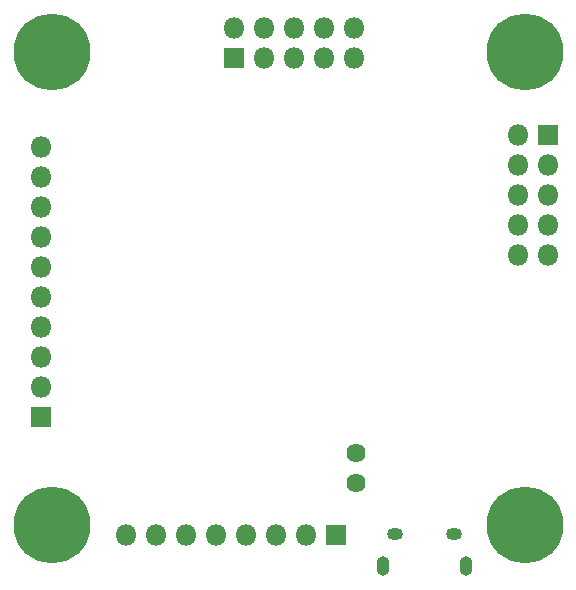
<source format=gbs>
%TF.GenerationSoftware,KiCad,Pcbnew,(5.1.6-0-10_14)*%
%TF.CreationDate,2020-09-29T23:50:48-07:00*%
%TF.ProjectId,BetsyBoardBig,42657473-7942-46f6-9172-644269672e6b,rev?*%
%TF.SameCoordinates,Original*%
%TF.FileFunction,Soldermask,Bot*%
%TF.FilePolarity,Negative*%
%FSLAX46Y46*%
G04 Gerber Fmt 4.6, Leading zero omitted, Abs format (unit mm)*
G04 Created by KiCad (PCBNEW (5.1.6-0-10_14)) date 2020-09-29 23:50:48*
%MOMM*%
%LPD*%
G01*
G04 APERTURE LIST*
%ADD10O,1.100000X1.650000*%
%ADD11O,1.350000X1.050000*%
%ADD12O,1.800000X1.800000*%
%ADD13R,1.800000X1.800000*%
%ADD14C,0.900000*%
%ADD15C,6.500000*%
%ADD16C,1.624000*%
G04 APERTURE END LIST*
D10*
%TO.C,J1*%
X135000000Y-98500000D03*
X128000000Y-98500000D03*
D11*
X134000000Y-95800000D03*
X129000000Y-95800000D03*
%TD*%
D12*
%TO.C,J7*%
X99100000Y-63040000D03*
X99100000Y-65580000D03*
X99100000Y-68120000D03*
X99100000Y-70660000D03*
X99100000Y-73200000D03*
X99100000Y-75740000D03*
X99100000Y-78280000D03*
X99100000Y-80820000D03*
X99100000Y-83360000D03*
D13*
X99100000Y-85900000D03*
%TD*%
D12*
%TO.C,J3*%
X125580000Y-52960000D03*
X125580000Y-55500000D03*
X123040000Y-52960000D03*
X123040000Y-55500000D03*
X120500000Y-52960000D03*
X120500000Y-55500000D03*
X117960000Y-52960000D03*
X117960000Y-55500000D03*
X115420000Y-52960000D03*
D13*
X115420000Y-55500000D03*
%TD*%
D14*
%TO.C,H4*%
X101697056Y-93302944D03*
X100000000Y-92600000D03*
X98302944Y-93302944D03*
X97600000Y-95000000D03*
X98302944Y-96697056D03*
X100000000Y-97400000D03*
X101697056Y-96697056D03*
X102400000Y-95000000D03*
D15*
X100000000Y-95000000D03*
%TD*%
D14*
%TO.C,H3*%
X141697056Y-93302944D03*
X140000000Y-92600000D03*
X138302944Y-93302944D03*
X137600000Y-95000000D03*
X138302944Y-96697056D03*
X140000000Y-97400000D03*
X141697056Y-96697056D03*
X142400000Y-95000000D03*
D15*
X140000000Y-95000000D03*
%TD*%
D14*
%TO.C,H2*%
X141697056Y-53302944D03*
X140000000Y-52600000D03*
X138302944Y-53302944D03*
X137600000Y-55000000D03*
X138302944Y-56697056D03*
X140000000Y-57400000D03*
X141697056Y-56697056D03*
X142400000Y-55000000D03*
D15*
X140000000Y-55000000D03*
%TD*%
D14*
%TO.C,H1*%
X101697056Y-53302944D03*
X100000000Y-52600000D03*
X98302944Y-53302944D03*
X97600000Y-55000000D03*
X98302944Y-56697056D03*
X100000000Y-57400000D03*
X101697056Y-56697056D03*
X102400000Y-55000000D03*
D15*
X100000000Y-55000000D03*
%TD*%
D12*
%TO.C,J5*%
X139460000Y-72160000D03*
X142000000Y-72160000D03*
X139460000Y-69620000D03*
X142000000Y-69620000D03*
X139460000Y-67080000D03*
X142000000Y-67080000D03*
X139460000Y-64540000D03*
X142000000Y-64540000D03*
X139460000Y-62000000D03*
D13*
X142000000Y-62000000D03*
%TD*%
D12*
%TO.C,J4*%
X106220000Y-95900000D03*
X108760000Y-95900000D03*
X111300000Y-95900000D03*
X113840000Y-95900000D03*
X116380000Y-95900000D03*
X118920000Y-95900000D03*
X121460000Y-95900000D03*
D13*
X124000000Y-95900000D03*
%TD*%
D16*
%TO.C,P1*%
X125730000Y-88900000D03*
%TD*%
%TO.C,P2*%
X125730000Y-91440000D03*
%TD*%
M02*

</source>
